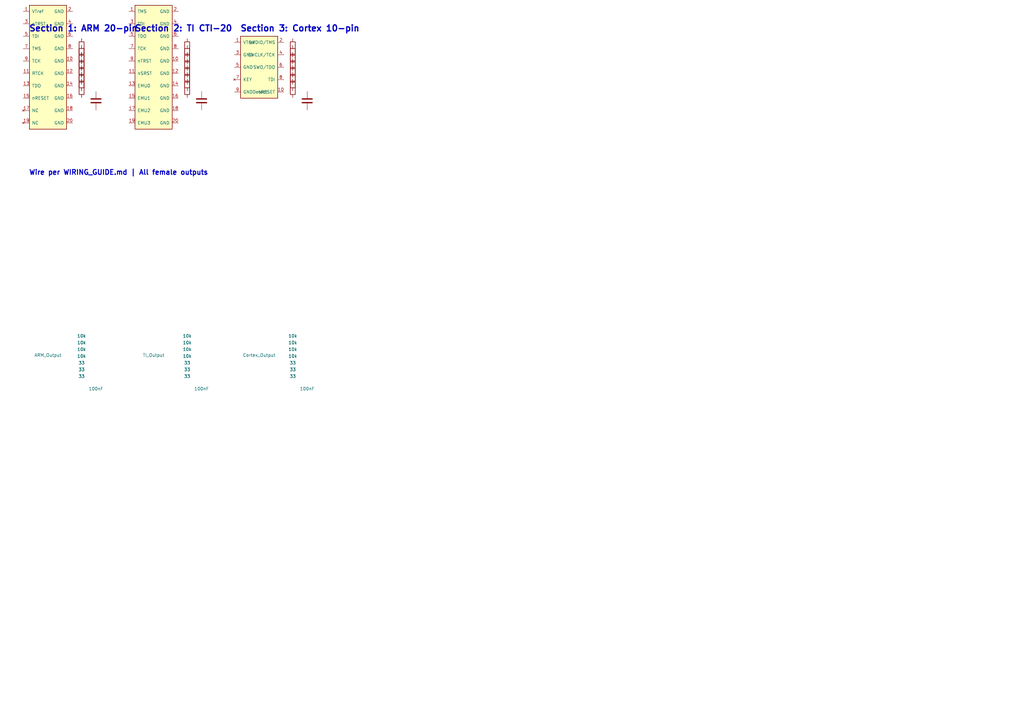
<source format=kicad_sch>
(kicad_sch (version 20250114) (generator "python-script") (generator_version "2.0")
  (paper "A3")
  (title_block (title "Adapterama - JTAG Converter Pack") (date "2025-11-23") (rev "1.0") (comment 1 "Multi-format JTAG/SWD adapter - Female output connectors") (comment 2 "ARM 20-pin, TI CTI-20, Cortex 10-pin outputs") (comment 3 "Passive adapter - wire per WIRING_GUIDE.md"))
  (lib_symbols
    (symbol "ARM_JTAG_20pin_1.27mm" (pin_names (offset 1.016))
      (property "Reference" "J" (at 0 26.67 0))
      (property "Value" "ARM_JTAG_20pin_1.27mm" (at 0 -26.67 0))
      (symbol "ARM_JTAG_20pin_1.27mm_1_1"
        (rectangle (start -7.62 25.40) (end 7.62 -25.40) (stroke (width 0.254)) (fill (type background)))
        (pin power_in line (at -10.16 22.86 0) (length 2.54) (name "VTref") (number "1"))
        (pin power_in line (at 10.16 22.86 180) (length 2.54) (name "GND") (number "2"))
        (pin input line (at -10.16 17.78 0) (length 2.54) (name "nTRST") (number "3"))
        (pin power_in line (at 10.16 17.78 180) (length 2.54) (name "GND") (number "4"))
        (pin input line (at -10.16 12.7 0) (length 2.54) (name "TDI") (number "5"))
        (pin power_in line (at 10.16 12.7 180) (length 2.54) (name "GND") (number "6"))
        (pin input line (at -10.16 7.619999999999999 0) (length 2.54) (name "TMS") (number "7"))
        (pin power_in line (at 10.16 7.619999999999999 180) (length 2.54) (name "GND") (number "8"))
        (pin input line (at -10.16 2.539999999999999 0) (length 2.54) (name "TCK") (number "9"))
        (pin power_in line (at 10.16 2.539999999999999 180) (length 2.54) (name "GND") (number "10"))
        (pin output line (at -10.16 -2.539999999999999 0) (length 2.54) (name "RTCK") (number "11"))
        (pin power_in line (at 10.16 -2.539999999999999 180) (length 2.54) (name "GND") (number "12"))
        (pin output line (at -10.16 -7.620000000000001 0) (length 2.54) (name "TDO") (number "13"))
        (pin power_in line (at 10.16 -7.620000000000001 180) (length 2.54) (name "GND") (number "14"))
        (pin open_collector line (at -10.16 -12.700000000000003 0) (length 2.54) (name "nRESET") (number "15"))
        (pin power_in line (at 10.16 -12.700000000000003 180) (length 2.54) (name "GND") (number "16"))
        (pin no_connect line (at -10.16 -17.78 0) (length 2.54) (name "NC") (number "17"))
        (pin power_in line (at 10.16 -17.78 180) (length 2.54) (name "GND") (number "18"))
        (pin no_connect line (at -10.16 -22.86 0) (length 2.54) (name "NC") (number "19"))
        (pin power_in line (at 10.16 -22.86 180) (length 2.54) (name "GND") (number "20"))
      )
    )
    (symbol "TI_CTI_20pin_1.27mm" (pin_names (offset 1.016))
      (property "Reference" "J" (at 0 26.67 0))
      (property "Value" "TI_CTI_20pin_1.27mm" (at 0 -26.67 0))
      (symbol "TI_CTI_20pin_1.27mm_1_1"
        (rectangle (start -7.62 25.40) (end 7.62 -25.40) (stroke (width 0.254)) (fill (type background)))
        (pin input line (at -10.16 22.86 0) (length 2.54) (name "TMS") (number "1"))
        (pin power_in line (at 10.16 22.86 180) (length 2.54) (name "GND") (number "2"))
        (pin input line (at -10.16 17.78 0) (length 2.54) (name "TDI") (number "3"))
        (pin power_in line (at 10.16 17.78 180) (length 2.54) (name "GND") (number "4"))
        (pin output line (at -10.16 12.7 0) (length 2.54) (name "TDO") (number "5"))
        (pin power_in line (at 10.16 12.7 180) (length 2.54) (name "GND") (number "6"))
        (pin input line (at -10.16 7.619999999999999 0) (length 2.54) (name "TCK") (number "7"))
        (pin power_in line (at 10.16 7.619999999999999 180) (length 2.54) (name "GND") (number "8"))
        (pin input line (at -10.16 2.539999999999999 0) (length 2.54) (name "nTRST") (number "9"))
        (pin power_in line (at 10.16 2.539999999999999 180) (length 2.54) (name "GND") (number "10"))
        (pin open_collector line (at -10.16 -2.539999999999999 0) (length 2.54) (name "nSRST") (number "11"))
        (pin power_in line (at 10.16 -2.539999999999999 180) (length 2.54) (name "GND") (number "12"))
        (pin bidirectional line (at -10.16 -7.620000000000001 0) (length 2.54) (name "EMU0") (number "13"))
        (pin power_in line (at 10.16 -7.620000000000001 180) (length 2.54) (name "GND") (number "14"))
        (pin bidirectional line (at -10.16 -12.700000000000003 0) (length 2.54) (name "EMU1") (number "15"))
        (pin power_in line (at 10.16 -12.700000000000003 180) (length 2.54) (name "GND") (number "16"))
        (pin bidirectional line (at -10.16 -17.78 0) (length 2.54) (name "EMU2") (number "17"))
        (pin power_in line (at 10.16 -17.78 180) (length 2.54) (name "GND") (number "18"))
        (pin bidirectional line (at -10.16 -22.86 0) (length 2.54) (name "EMU3") (number "19"))
        (pin power_in line (at 10.16 -22.86 180) (length 2.54) (name "GND") (number "20"))
      )
    )
    (symbol "Cortex_Debug_10pin_1.27mm" (pin_names (offset 1.016))
      (property "Reference" "J" (at 0 13.97 0))
      (property "Value" "Cortex_Debug_10pin_1.27mm" (at 0 -13.97 0))
      (symbol "Cortex_Debug_10pin_1.27mm_1_1"
        (rectangle (start -7.62 12.70) (end 7.62 -12.70) (stroke (width 0.254)) (fill (type background)))
        (pin power_in line (at -10.16 10.16 0) (length 2.54) (name "VTref") (number "1"))
        (pin bidirectional line (at 10.16 10.16 180) (length 2.54) (name "SWDIO/TMS") (number "2"))
        (pin power_in line (at -10.16 5.08 0) (length 2.54) (name "GND") (number "3"))
        (pin input line (at 10.16 5.08 180) (length 2.54) (name "SWCLK/TCK") (number "4"))
        (pin power_in line (at -10.16 0.0 0) (length 2.54) (name "GND") (number "5"))
        (pin output line (at 10.16 0.0 180) (length 2.54) (name "SWO/TDO") (number "6"))
        (pin no_connect line (at -10.16 -5.08 0) (length 2.54) (name "KEY") (number "7"))
        (pin input line (at 10.16 -5.08 180) (length 2.54) (name "TDI") (number "8"))
        (pin power_in line (at -10.16 -10.16 0) (length 2.54) (name "GNDDetect") (number "9"))
        (pin open_collector line (at 10.16 -10.16 180) (length 2.54) (name "nRESET") (number "10"))
      )
    )
    (symbol "R" (pin_numbers hide) (pin_names (offset 0))
      (property "Reference" "R" (at 2.032 0 90))
      (property "Value" "R" (at 0 0 90))
      (symbol "R_0_1"
        (rectangle (start -1.016 -2.54) (end 1.016 2.54) (stroke (width 0.254)))
      )
      (symbol "R_1_1"
        (pin passive line (at 0 3.81 270) (length 1.27) (name "~") (number "1"))
        (pin passive line (at 0 -3.81 90) (length 1.27) (name "~") (number "2"))
      )
    )
    (symbol "C" (pin_numbers hide) (pin_names (offset 0.254))
      (property "Reference" "C" (at 0.635 2.54 0))
      (property "Value" "C" (at 0.635 -2.54 0))
      (symbol "C_0_1"
        (polyline (pts (xy -2.032 -0.762) (xy 2.032 -0.762)) (stroke (width 0.508)))
        (polyline (pts (xy -2.032 0.762) (xy 2.032 0.762)) (stroke (width 0.508)))
      )
      (symbol "C_1_1"
        (pin passive line (at 0 3.81 270) (length 2.794) (name "~") (number "1"))
        (pin passive line (at 0 -3.81 90) (length 2.794) (name "~") (number "2"))
      )
    )
  )
  (text "Section 1: ARM 20-pin" (at 11.8110 11.8110 0) (effects (font (size 2.5 2.5) bold) (justify left)))
  (symbol (lib_id "ARM_JTAG_20pin_1.27mm") (at 19.6850 27.5591 0) (unit 1)
    (property "Reference" "J1" (at 19.6850 -90.5512 0))
    (property "Value" "ARM_Output" (at 19.6850 145.6693 0))
    (property "Footprint" "Connector_PinHeader_1.27mm:PinHeader_2x10_P1.27mm_Vertical" (effects hide))
  )
  (symbol (lib_id "R") (at 33.4646 19.6850 0) (unit 1)
    (property "Reference" "R1" (at 33.4646 -98.4252 0))
    (property "Value" "10k" (at 33.4646 137.7953 0))
    (property "Footprint" "Resistor_SMD:R_0603_1608Metric" (effects hide))
    (property "Description" "TMS pullup" (effects hide))
  )
  (symbol (lib_id "R") (at 33.4646 22.4409 0) (unit 1)
    (property "Reference" "R2" (at 33.4646 -95.6693 0))
    (property "Value" "10k" (at 33.4646 140.5512 0))
    (property "Footprint" "Resistor_SMD:R_0603_1608Metric" (effects hide))
    (property "Description" "TDI pullup" (effects hide))
  )
  (symbol (lib_id "R") (at 33.4646 25.1969 0) (unit 1)
    (property "Reference" "R3" (at 33.4646 -92.9134 0))
    (property "Value" "10k" (at 33.4646 143.3071 0))
    (property "Footprint" "Resistor_SMD:R_0603_1608Metric" (effects hide))
    (property "Description" "nTRST pullup" (effects hide))
  )
  (symbol (lib_id "R") (at 33.4646 27.9528 0) (unit 1)
    (property "Reference" "R4" (at 33.4646 -90.1575 0))
    (property "Value" "10k" (at 33.4646 146.0630 0))
    (property "Footprint" "Resistor_SMD:R_0603_1608Metric" (effects hide))
    (property "Description" "nRESET pullup" (effects hide))
  )
  (symbol (lib_id "R") (at 33.4646 30.7087 0) (unit 1)
    (property "Reference" "R5" (at 33.4646 -87.4016 0))
    (property "Value" "33" (at 33.4646 148.8189 0))
    (property "Footprint" "Resistor_SMD:R_0603_1608Metric" (effects hide))
    (property "Description" "TMS series" (effects hide))
  )
  (symbol (lib_id "R") (at 33.4646 33.4646 0) (unit 1)
    (property "Reference" "R6" (at 33.4646 -84.6457 0))
    (property "Value" "33" (at 33.4646 151.5748 0))
    (property "Footprint" "Resistor_SMD:R_0603_1608Metric" (effects hide))
    (property "Description" "TCK series" (effects hide))
  )
  (symbol (lib_id "R") (at 33.4646 36.2205 0) (unit 1)
    (property "Reference" "R7" (at 33.4646 -81.8898 0))
    (property "Value" "33" (at 33.4646 154.3307 0))
    (property "Footprint" "Resistor_SMD:R_0603_1608Metric" (effects hide))
    (property "Description" "TDO series" (effects hide))
  )
  (symbol (lib_id "C") (at 39.3701 41.3386 0) (unit 1)
    (property "Reference" "C1" (at 39.3701 -76.7717 0))
    (property "Value" "100nF" (at 39.3701 159.4488 0))
    (property "Footprint" "Capacitor_SMD:C_0603_1608Metric" (effects hide))
    (property "Description" "VTref decoupling" (effects hide))
  )
  (text "Section 2: TI CTI-20" (at 55.1181 11.8110 0) (effects (font (size 2.5 2.5) bold) (justify left)))
  (symbol (lib_id "TI_CTI_20pin_1.27mm") (at 62.9921 27.5591 0) (unit 1)
    (property "Reference" "J2" (at 62.9921 -90.5512 0))
    (property "Value" "TI_Output" (at 62.9921 145.6693 0))
    (property "Footprint" "Connector_PinHeader_1.27mm:PinHeader_2x10_P1.27mm_Vertical" (effects hide))
  )
  (symbol (lib_id "R") (at 76.7717 19.6850 0) (unit 1)
    (property "Reference" "R8" (at 76.7717 -98.4252 0))
    (property "Value" "10k" (at 76.7717 137.7953 0))
    (property "Footprint" "Resistor_SMD:R_0603_1608Metric" (effects hide))
    (property "Description" "TMS pullup" (effects hide))
  )
  (symbol (lib_id "R") (at 76.7717 22.4409 0) (unit 1)
    (property "Reference" "R9" (at 76.7717 -95.6693 0))
    (property "Value" "10k" (at 76.7717 140.5512 0))
    (property "Footprint" "Resistor_SMD:R_0603_1608Metric" (effects hide))
    (property "Description" "TDI pullup" (effects hide))
  )
  (symbol (lib_id "R") (at 76.7717 25.1969 0) (unit 1)
    (property "Reference" "R10" (at 76.7717 -92.9134 0))
    (property "Value" "10k" (at 76.7717 143.3071 0))
    (property "Footprint" "Resistor_SMD:R_0603_1608Metric" (effects hide))
    (property "Description" "nTRST pullup" (effects hide))
  )
  (symbol (lib_id "R") (at 76.7717 27.9528 0) (unit 1)
    (property "Reference" "R11" (at 76.7717 -90.1575 0))
    (property "Value" "10k" (at 76.7717 146.0630 0))
    (property "Footprint" "Resistor_SMD:R_0603_1608Metric" (effects hide))
    (property "Description" "nSRST pullup" (effects hide))
  )
  (symbol (lib_id "R") (at 76.7717 30.7087 0) (unit 1)
    (property "Reference" "R12" (at 76.7717 -87.4016 0))
    (property "Value" "33" (at 76.7717 148.8189 0))
    (property "Footprint" "Resistor_SMD:R_0603_1608Metric" (effects hide))
    (property "Description" "TMS series" (effects hide))
  )
  (symbol (lib_id "R") (at 76.7717 33.4646 0) (unit 1)
    (property "Reference" "R13" (at 76.7717 -84.6457 0))
    (property "Value" "33" (at 76.7717 151.5748 0))
    (property "Footprint" "Resistor_SMD:R_0603_1608Metric" (effects hide))
    (property "Description" "TCK series" (effects hide))
  )
  (symbol (lib_id "R") (at 76.7717 36.2205 0) (unit 1)
    (property "Reference" "R14" (at 76.7717 -81.8898 0))
    (property "Value" "33" (at 76.7717 154.3307 0))
    (property "Footprint" "Resistor_SMD:R_0603_1608Metric" (effects hide))
    (property "Description" "TDO series" (effects hide))
  )
  (symbol (lib_id "C") (at 82.6772 41.3386 0) (unit 1)
    (property "Reference" "C2" (at 82.6772 -76.7717 0))
    (property "Value" "100nF" (at 82.6772 159.4488 0))
    (property "Footprint" "Capacitor_SMD:C_0603_1608Metric" (effects hide))
    (property "Description" "VTref decoupling" (effects hide))
  )
  (text "Section 3: Cortex 10-pin" (at 98.4252 11.8110 0) (effects (font (size 2.5 2.5) bold) (justify left)))
  (symbol (lib_id "Cortex_Debug_10pin_1.27mm") (at 106.2992 27.5591 0) (unit 1)
    (property "Reference" "J3" (at 106.2992 -90.5512 0))
    (property "Value" "Cortex_Output" (at 106.2992 145.6693 0))
    (property "Footprint" "Connector_PinHeader_1.27mm:PinHeader_2x05_P1.27mm_Vertical" (effects hide))
  )
  (symbol (lib_id "R") (at 120.0787 19.6850 0) (unit 1)
    (property "Reference" "R15" (at 120.0787 -98.4252 0))
    (property "Value" "10k" (at 120.0787 137.7953 0))
    (property "Footprint" "Resistor_SMD:R_0603_1608Metric" (effects hide))
    (property "Description" "SWDIO pullup" (effects hide))
  )
  (symbol (lib_id "R") (at 120.0787 22.4409 0) (unit 1)
    (property "Reference" "R16" (at 120.0787 -95.6693 0))
    (property "Value" "10k" (at 120.0787 140.5512 0))
    (property "Footprint" "Resistor_SMD:R_0603_1608Metric" (effects hide))
    (property "Description" "TDI pullup" (effects hide))
  )
  (symbol (lib_id "R") (at 120.0787 25.1969 0) (unit 1)
    (property "Reference" "R17" (at 120.0787 -92.9134 0))
    (property "Value" "10k" (at 120.0787 143.3071 0))
    (property "Footprint" "Resistor_SMD:R_0603_1608Metric" (effects hide))
    (property "Description" "spare" (effects hide))
  )
  (symbol (lib_id "R") (at 120.0787 27.9528 0) (unit 1)
    (property "Reference" "R18" (at 120.0787 -90.1575 0))
    (property "Value" "10k" (at 120.0787 146.0630 0))
    (property "Footprint" "Resistor_SMD:R_0603_1608Metric" (effects hide))
    (property "Description" "nRESET pullup" (effects hide))
  )
  (symbol (lib_id "R") (at 120.0787 30.7087 0) (unit 1)
    (property "Reference" "R19" (at 120.0787 -87.4016 0))
    (property "Value" "33" (at 120.0787 148.8189 0))
    (property "Footprint" "Resistor_SMD:R_0603_1608Metric" (effects hide))
    (property "Description" "SWDIO series" (effects hide))
  )
  (symbol (lib_id "R") (at 120.0787 33.4646 0) (unit 1)
    (property "Reference" "R20" (at 120.0787 -84.6457 0))
    (property "Value" "33" (at 120.0787 151.5748 0))
    (property "Footprint" "Resistor_SMD:R_0603_1608Metric" (effects hide))
    (property "Description" "SWCLK series" (effects hide))
  )
  (symbol (lib_id "R") (at 120.0787 36.2205 0) (unit 1)
    (property "Reference" "R21" (at 120.0787 -81.8898 0))
    (property "Value" "33" (at 120.0787 154.3307 0))
    (property "Footprint" "Resistor_SMD:R_0603_1608Metric" (effects hide))
    (property "Description" "SWO series" (effects hide))
  )
  (symbol (lib_id "C") (at 125.9843 41.3386 0) (unit 1)
    (property "Reference" "C3" (at 125.9843 -76.7717 0))
    (property "Value" "100nF" (at 125.9843 159.4488 0))
    (property "Footprint" "Capacitor_SMD:C_0603_1608Metric" (effects hide))
    (property "Description" "VTref decoupling" (effects hide))
  )
  (text "Wire per WIRING_GUIDE.md | All female outputs" (at 11.8110 70.8661 0) (effects (font (size 2.0 2.0) bold) (justify left)))
)
</source>
